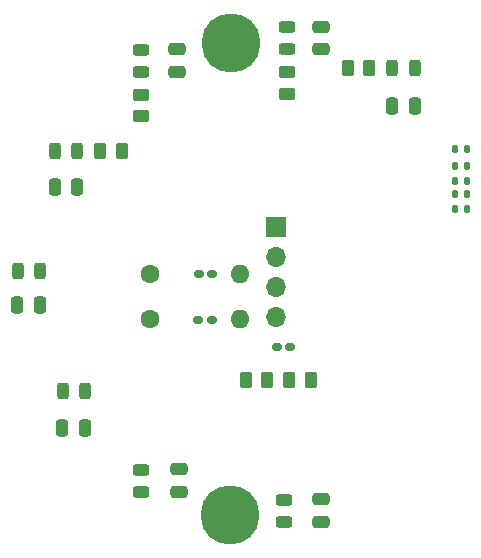
<source format=gbr>
%TF.GenerationSoftware,KiCad,Pcbnew,6.0.1*%
%TF.CreationDate,2022-02-27T14:03:47-05:00*%
%TF.ProjectId,jetta-dash,6a657474-612d-4646-9173-682e6b696361,rev?*%
%TF.SameCoordinates,Original*%
%TF.FileFunction,Soldermask,Top*%
%TF.FilePolarity,Negative*%
%FSLAX46Y46*%
G04 Gerber Fmt 4.6, Leading zero omitted, Abs format (unit mm)*
G04 Created by KiCad (PCBNEW 6.0.1) date 2022-02-27 14:03:47*
%MOMM*%
%LPD*%
G01*
G04 APERTURE LIST*
G04 Aperture macros list*
%AMRoundRect*
0 Rectangle with rounded corners*
0 $1 Rounding radius*
0 $2 $3 $4 $5 $6 $7 $8 $9 X,Y pos of 4 corners*
0 Add a 4 corners polygon primitive as box body*
4,1,4,$2,$3,$4,$5,$6,$7,$8,$9,$2,$3,0*
0 Add four circle primitives for the rounded corners*
1,1,$1+$1,$2,$3*
1,1,$1+$1,$4,$5*
1,1,$1+$1,$6,$7*
1,1,$1+$1,$8,$9*
0 Add four rect primitives between the rounded corners*
20,1,$1+$1,$2,$3,$4,$5,0*
20,1,$1+$1,$4,$5,$6,$7,0*
20,1,$1+$1,$6,$7,$8,$9,0*
20,1,$1+$1,$8,$9,$2,$3,0*%
G04 Aperture macros list end*
%ADD10C,5.000000*%
%ADD11RoundRect,0.160000X0.222500X0.160000X-0.222500X0.160000X-0.222500X-0.160000X0.222500X-0.160000X0*%
%ADD12RoundRect,0.160000X-0.222500X-0.160000X0.222500X-0.160000X0.222500X0.160000X-0.222500X0.160000X0*%
%ADD13RoundRect,0.250000X0.475000X-0.250000X0.475000X0.250000X-0.475000X0.250000X-0.475000X-0.250000X0*%
%ADD14RoundRect,0.250000X-0.262500X-0.450000X0.262500X-0.450000X0.262500X0.450000X-0.262500X0.450000X0*%
%ADD15RoundRect,0.250000X-0.475000X0.250000X-0.475000X-0.250000X0.475000X-0.250000X0.475000X0.250000X0*%
%ADD16RoundRect,0.243750X0.243750X0.456250X-0.243750X0.456250X-0.243750X-0.456250X0.243750X-0.456250X0*%
%ADD17RoundRect,0.243750X-0.456250X0.243750X-0.456250X-0.243750X0.456250X-0.243750X0.456250X0.243750X0*%
%ADD18RoundRect,0.250000X0.262500X0.450000X-0.262500X0.450000X-0.262500X-0.450000X0.262500X-0.450000X0*%
%ADD19RoundRect,0.250000X0.250000X0.475000X-0.250000X0.475000X-0.250000X-0.475000X0.250000X-0.475000X0*%
%ADD20RoundRect,0.250000X-0.450000X0.262500X-0.450000X-0.262500X0.450000X-0.262500X0.450000X0.262500X0*%
%ADD21RoundRect,0.243750X0.456250X-0.243750X0.456250X0.243750X-0.456250X0.243750X-0.456250X-0.243750X0*%
%ADD22RoundRect,0.243750X-0.243750X-0.456250X0.243750X-0.456250X0.243750X0.456250X-0.243750X0.456250X0*%
%ADD23RoundRect,0.250000X-0.250000X-0.475000X0.250000X-0.475000X0.250000X0.475000X-0.250000X0.475000X0*%
%ADD24RoundRect,0.135000X-0.135000X-0.185000X0.135000X-0.185000X0.135000X0.185000X-0.135000X0.185000X0*%
%ADD25R,1.700000X1.700000*%
%ADD26O,1.700000X1.700000*%
%ADD27C,1.600000*%
%ADD28O,1.600000X1.600000*%
G04 APERTURE END LIST*
D10*
%TO.C,mount2*%
X147193000Y-129921000D03*
%TD*%
%TO.C,mount1*%
X147320000Y-89916000D03*
%TD*%
D11*
%TO.C,D22*%
X145733500Y-109474000D03*
X144588500Y-109474000D03*
%TD*%
%TO.C,D21*%
X145669000Y-113411000D03*
X144524000Y-113411000D03*
%TD*%
D12*
%TO.C,D20*%
X151192500Y-115697000D03*
X152337500Y-115697000D03*
%TD*%
D13*
%TO.C,C1*%
X154940000Y-130490000D03*
X154940000Y-128590000D03*
%TD*%
D14*
%TO.C,R21*%
X152249500Y-118491000D03*
X154074500Y-118491000D03*
%TD*%
D15*
%TO.C,C7*%
X154940000Y-88585000D03*
X154940000Y-90485000D03*
%TD*%
D16*
%TO.C,D5*%
X134292500Y-99060000D03*
X132417500Y-99060000D03*
%TD*%
D17*
%TO.C,D1*%
X151765000Y-128597500D03*
X151765000Y-130472500D03*
%TD*%
D14*
%TO.C,R22*%
X148566500Y-118491000D03*
X150391500Y-118491000D03*
%TD*%
D16*
%TO.C,D4*%
X131117500Y-109220000D03*
X129242500Y-109220000D03*
%TD*%
D18*
%TO.C,R28*%
X159027500Y-92075000D03*
X157202500Y-92075000D03*
%TD*%
D13*
%TO.C,C2*%
X142875000Y-127950000D03*
X142875000Y-126050000D03*
%TD*%
D19*
%TO.C,C8*%
X162875000Y-95250000D03*
X160975000Y-95250000D03*
%TD*%
D20*
%TO.C,R27*%
X152019000Y-92432500D03*
X152019000Y-94257500D03*
%TD*%
%TO.C,R26*%
X139700000Y-94337500D03*
X139700000Y-96162500D03*
%TD*%
D16*
%TO.C,D3*%
X134927500Y-119380000D03*
X133052500Y-119380000D03*
%TD*%
D15*
%TO.C,C6*%
X142748000Y-90490000D03*
X142748000Y-92390000D03*
%TD*%
D21*
%TO.C,D6*%
X139700000Y-92377500D03*
X139700000Y-90502500D03*
%TD*%
D22*
%TO.C,D8*%
X160982500Y-92075000D03*
X162857500Y-92075000D03*
%TD*%
D23*
%TO.C,C5*%
X132400000Y-102108000D03*
X134300000Y-102108000D03*
%TD*%
D14*
%TO.C,R25*%
X136247500Y-99060000D03*
X138072500Y-99060000D03*
%TD*%
D23*
%TO.C,C3*%
X133035000Y-122555000D03*
X134935000Y-122555000D03*
%TD*%
D17*
%TO.C,D2*%
X139700000Y-126057500D03*
X139700000Y-127932500D03*
%TD*%
D23*
%TO.C,C4*%
X129225000Y-112141000D03*
X131125000Y-112141000D03*
%TD*%
D21*
%TO.C,D7*%
X152019000Y-90472500D03*
X152019000Y-88597500D03*
%TD*%
D24*
%TO.C,R12*%
X166241000Y-100330000D03*
X167261000Y-100330000D03*
%TD*%
%TO.C,R13*%
X166241000Y-101600000D03*
X167261000Y-101600000D03*
%TD*%
%TO.C,R15*%
X166241000Y-104013000D03*
X167261000Y-104013000D03*
%TD*%
D25*
%TO.C,J1*%
X151130000Y-105547000D03*
D26*
X151130000Y-108087000D03*
X151130000Y-110627000D03*
X151130000Y-113167000D03*
%TD*%
D27*
%TO.C,R31*%
X140462000Y-109474000D03*
D28*
X148082000Y-109474000D03*
%TD*%
D24*
%TO.C,R11*%
X166241000Y-98933000D03*
X167261000Y-98933000D03*
%TD*%
D27*
%TO.C,R32*%
X140462000Y-113284000D03*
D28*
X148082000Y-113284000D03*
%TD*%
D24*
%TO.C,R14*%
X166241000Y-102743000D03*
X167261000Y-102743000D03*
%TD*%
M02*

</source>
